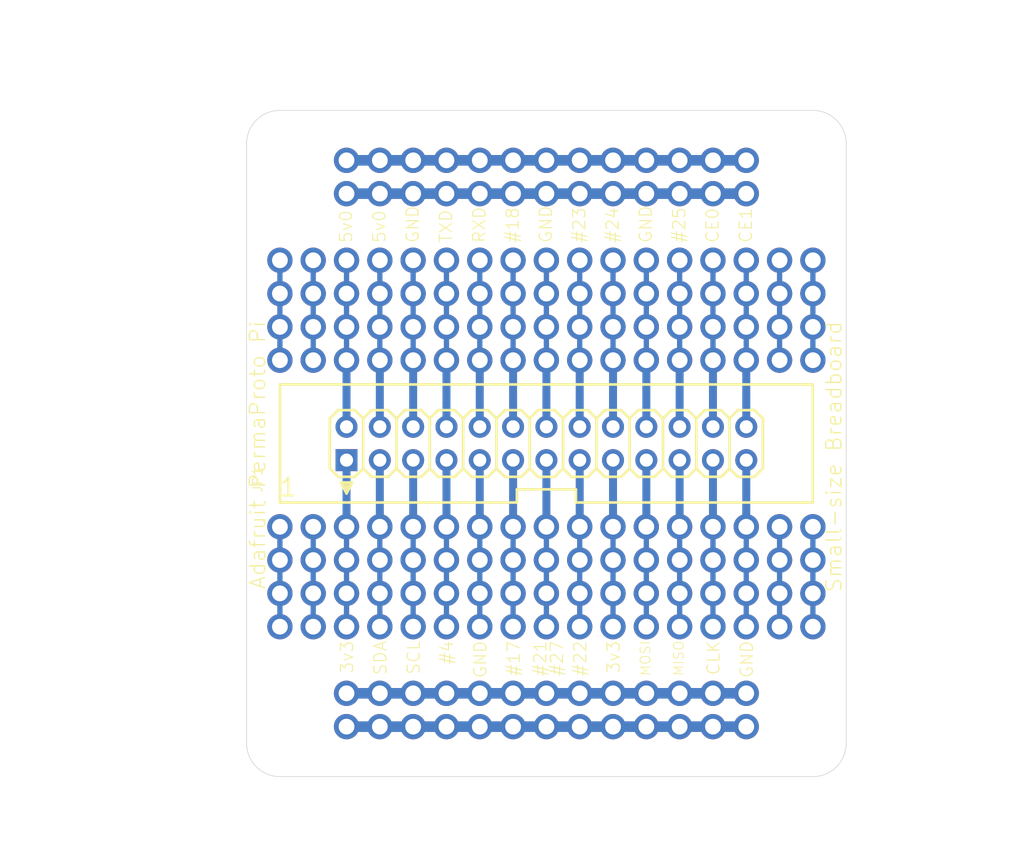
<source format=kicad_pcb>
(kicad_pcb (version 20211014) (generator pcbnew)
  (layers (0 "F.Cu" signal) (1 "In1.Cu" signal) (2 "In2.Cu" signal) (3 "In3.Cu" signal) (4 "In4.Cu" signal) (5 "In5.Cu" signal) (6 "In6.Cu" signal) (7 "In7.Cu" signal) (8 "In8.Cu" signal) (9 "In9.Cu" signal) (10 "In10.Cu" signal) (11 "In11.Cu" signal) (12 "In12.Cu" signal) (13 "In13.Cu" signal) (14 "In14.Cu" signal) (31 "B.Cu" signal) (34 "B.Paste" user) (35 "F.Paste" user) (36 "B.SilkS" user "B.Silkscreen") (37 "F.SilkS" user "F.Silkscreen") (38 "B.Mask" user) (39 "F.Mask" user) (44 "Edge.Cuts" user))
  (net 0 "")
  (net 1 "C1")
  (net 2 "D1")
  (net 3 "A1")
  (net 4 "B1")
  (net 5 "GNDSTRIP2")
  (net 6 "PWRSTRIP2")
  (net 7 "B2")
  (net 8 "A2")
  (net 9 "D2")
  (net 10 "C2")
  (net 11 "PWRSTRIP1")
  (net 12 "GNDSTRIP1")
  (net 13 "+5V")
  (net 14 "+5V_2")
  (net 15 "GND5")
  (net 16 "TXD")
  (net 17 "RXD")
  (net 18 "GPIO18")
  (net 19 "GND4")
  (net 20 "GPIO24")
  (net 21 "GPIO23")
  (net 22 "GND3")
  (net 23 "GPIO25")
  (net 24 "CE0")
  (net 25 "CE1")
  (net 26 "+3.3V")
  (net 27 "SDA")
  (net 28 "SCL")
  (net 29 "GPIO4")
  (net 30 "GND")
  (net 31 "GPIO17")
  (net 32 "GPIO27")
  (net 33 "GPIO22")
  (net 34 "+3.3V_2")
  (net 35 "MOSI")
  (net 36 "MISO")
  (net 37 "CLK")
  (net 38 "GND2")
  (footprint "" (layer "F.Cu") (at 129.4511 84.6836)
    (fp_text reference "@HOLE0" hide)
    (fp_text value "" (at 0 0) (layer "F.SilkS") (effects (font (size 1.27 1.27))))
    (pad "" np_thru_hole circle (at 0 0) (size 3.2 3.2) (drill 3.2) (layers *.Cu *.Mask))
  )
  (footprint "" (layer "F.Cu") (at 167.5511 125.3236)
    (fp_text reference "@HOLE3" hide)
    (fp_text value "" (at 0 0) (layer "F.SilkS") (effects (font (size 1.27 1.27))))
    (pad "" np_thru_hole circle (at 0 0) (size 3.2 3.2) (drill 3.2) (layers *.Cu *.Mask))
  )
  (footprint "" (layer "F.Cu") (at 167.5511 84.6836)
    (fp_text reference "@HOLE2" hide)
    (fp_text value "" (at 0 0) (layer "F.SilkS") (effects (font (size 1.27 1.27))))
    (pad "" np_thru_hole circle (at 0 0) (size 3.2 3.2) (drill 3.2) (layers *.Cu *.Mask))
  )
  (footprint "" (layer "F.Cu") (at 129.4511 125.3236)
    (fp_text reference "@HOLE1" hide)
    (fp_text value "" (at 0 0) (layer "F.SilkS") (effects (font (size 1.27 1.27))))
    (pad "" np_thru_hole circle (at 0 0) (size 3.2 3.2) (drill 3.2) (layers *.Cu *.Mask))
  )
  (footprint "boardEagle:RASBERRYPI_IDC" (layer "F.Cu") (at 148.5011 105.0036 90)
    (fp_text reference "JP1" (at -3.81 -21.59 90) (layer "F.SilkS") (effects (font (size 0.73152 0.73152) (thickness 0.08128)) (justify left bottom)))
    (fp_text value "")
    (fp_text user "1" (at -2.54 -18.923 180) (layer "F.SilkS") (effects (font (size 1.3716 1.3716) (thickness 0.1524)) (justify right top)))
    (fp_line (start -1.905 -6.35) (end -2.54 -5.715) (layer "F.SilkS") (width 0.2032))
    (fp_line (start -1.905 3.81) (end -2.54 3.175) (layer "F.SilkS") (width 0.2032))
    (fp_line (start 1.905 6.35) (end 2.54 6.985) (layer "F.SilkS") (width 0.2032))
    (fp_line (start -2.54 0.635) (end -2.54 -0.635) (layer "F.SilkS") (width 0.2032))
    (fp_line (start 2.54 -10.795) (end 2.54 -9.525) (layer "F.SilkS") (width 0.2032))
    (fp_line (start 1.905 16.51) (end -1.905 16.51) (layer "F.SilkS") (width 0.2032))
    (fp_line (start 2.54 -0.635) (end 2.54 0.635) (layer "F.SilkS") (width 0.2032))
    (fp_line (start 1.905 -6.35) (end 2.54 -5.715) (layer "F.SilkS") (width 0.2032))
    (fp_line (start -3.5 2.25) (end -4.5 2.25) (layer "F.SilkS") (width 0.2032))
    (fp_line (start 2.54 -5.715) (end 2.54 -4.445) (layer "F.SilkS") (width 0.2032))
    (fp_line (start -1.905 16.51) (end -2.54 15.875) (layer "F.SilkS") (width 0.2032))
    (fp_line (start 2.54 -1.905) (end 1.905 -1.27) (layer "F.SilkS") (width 0.2032))
    (fp_line (start -2.54 -1.905) (end -1.905 -1.27) (layer "F.SilkS") (width 0.2032))
    (fp_line (start -1.905 8.89) (end -2.54 8.255) (layer "F.SilkS") (width 0.2032))
    (fp_line (start -2.54 8.255) (end -2.54 6.985) (layer "F.SilkS") (width 0.2032))
    (fp_line (start 2.54 -9.525) (end 1.905 -8.89) (layer "F.SilkS") (width 0.2032))
    (fp_line (start 1.905 13.97) (end 2.54 14.605) (layer "F.SilkS") (width 0.2032))
    (fp_line (start -1.905 11.43) (end -2.54 12.065) (layer "F.SilkS") (width 0.2032))
    (fp_line (start -1.905 -16.51) (end 1.905 -16.51) (layer "F.SilkS") (width 0.2032))
    (fp_line (start -2.9718 -15.6718) (end -2.9718 -14.8082) (layer "F.SilkS") (width 0.2032))
    (fp_line (start 1.905 11.43) (end -1.905 11.43) (layer "F.SilkS") (width 0.2032))
    (fp_line (start 1.905 -11.43) (end -1.905 -11.43) (layer "F.SilkS") (width 0.2032))
    (fp_line (start -2.54 -14.605) (end -1.905 -13.97) (layer "F.SilkS") (width 0.2032))
    (fp_line (start -2.54 5.715) (end -2.54 4.445) (layer "F.SilkS") (width 0.2032))
    (fp_line (start -1.905 1.27) (end -2.54 0.635) (layer "F.SilkS") (width 0.2032))
    (fp_line (start -2.54 -15.875) (end -2.54 -14.605) (layer "F.SilkS") (width 0.2032))
    (fp_line (start -1.905 11.43) (end -2.54 10.795) (layer "F.SilkS") (width 0.2032))
    (fp_line (start 2.54 -15.875) (end 2.54 -14.605) (layer "F.SilkS") (width 0.2032))
    (fp_line (start 2.54 -6.985) (end 1.905 -6.35) (layer "F.SilkS") (width 0.2032))
    (fp_line (start -3.81 -15.24) (end -3.556 -15.24) (layer "F.SilkS") (width 0.2032))
    (fp_line (start -4.5 -20.31) (end -4.5 -2.25) (layer "F.SilkS") (width 0.2032))
    (fp_line (start -1.905 1.27) (end -2.54 1.905) (layer "F.SilkS") (width 0.2032))
    (fp_line (start 2.54 9.525) (end 2.54 10.795) (layer "F.SilkS") (width 0.2032))
    (fp_line (start -2.54 -6.985) (end -1.905 -6.35) (layer "F.SilkS") (width 0.2032))
    (fp_line (start 2.54 15.875) (end 1.905 16.51) (layer "F.SilkS") (width 0.2032))
    (fp_line (start -1.905 6.35) (end -2.54 6.985) (layer "F.SilkS") (width 0.2032))
    (fp_line (start 1.905 13.97) (end 2.54 13.335) (layer "F.SilkS") (width 0.2032))
    (fp_line (start -2.54 -4.445) (end -1.905 -3.81) (layer "F.SilkS") (width 0.2032))
    (fp_line (start -2.54 -3.175) (end -2.54 -1.905) (layer "F.SilkS") (width 0.2032))
    (fp_line (start -1.905 13.97) (end -2.54 14.605) (layer "F.SilkS") (width 0.2032))
    (fp_line (start 2.54 -3.175) (end 2.54 -1.905) (layer "F.SilkS") (width 0.2032))
    (fp_line (start 1.905 -3.81) (end -1.905 -3.81) (layer "F.SilkS") (width 0.2032))
    (fp_line (start 1.905 8.89) (end -1.905 8.89) (layer "F.SilkS") (width 0.2032))
    (fp_line (start 1.905 -8.89) (end -1.905 -8.89) (layer "F.SilkS") (width 0.2032))
    (fp_line (start -2.54 -5.715) (end -2.54 -4.445) (layer "F.SilkS") (width 0.2032))
    (fp_line (start -1.905 -16.51) (end -2.54 -15.875) (layer "F.SilkS") (width 0.2032))
    (fp_line (start -1.905 6.35) (end -2.54 5.715) (layer "F.SilkS") (width 0.2032))
    (fp_line (start 1.905 1.27) (end 2.54 1.905) (layer "F.SilkS") (width 0.2032))
    (fp_line (start 2.54 15.875) (end 2.54 14.605) (layer "F.SilkS") (width 0.2032))
    (fp_line (start 1.905 -11.43) (end 2.54 -10.795) (layer "F.SilkS") (width 0.2032))
    (fp_line (start -2.54 -12.065) (end -1.905 -11.43) (layer "F.SilkS") (width 0.2032))
    (fp_line (start -1.905 3.81) (end -2.54 4.445) (layer "F.SilkS") (width 0.2032))
    (fp_line (start 2.54 8.255) (end 1.905 8.89) (layer "F.SilkS") (width 0.2032))
    (fp_line (start 1.905 13.97) (end -1.905 13.97) (layer "F.SilkS") (width 0.2032))
    (fp_line (start -2.54 -10.795) (end -2.54 -9.525) (layer "F.SilkS") (width 0.2032))
    (fp_line (start 2.54 -8.255) (end 2.54 -6.985) (layer "F.SilkS") (width 0.2032))
    (fp_line (start 1.905 11.43) (end 2.54 12.065) (layer "F.SilkS") (width 0.2032))
    (fp_line (start 2.54 -13.335) (end 2.54 -12.065) (layer "F.SilkS") (width 0.2032))
    (fp_line (start 1.905 6.35) (end -1.905 6.35) (layer "F.SilkS") (width 0.2032))
    (fp_line (start 2.54 6.985) (end 2.54 8.255) (layer "F.SilkS") (width 0.2032))
    (fp_line (start 2.54 1.905) (end 2.54 3.175) (layer "F.SilkS") (width 0.2032))
    (fp_line (start 1.905 3.81) (end 2.54 4.445) (layer "F.SilkS") (width 0.2032))
    (fp_line (start -3.81 -15.24) (end -2.9718 -15.6718) (layer "F.SilkS") (width 0.2032))
    (fp_line (start -4.5 2.25) (end -4.5 20.31) (layer "F.SilkS") (width 0.2032))
    (fp_line (start -2.54 -9.525) (end -1.905 -8.89) (layer "F.SilkS") (width 0.2032))
    (fp_line (start 1.905 -16.51) (end 2.54 -15.875) (layer "F.SilkS") (width 0.2032))
    (fp_line (start 2.54 -4.445) (end 1.905 -3.81) (layer "F.SilkS") (width 0.2032))
    (fp_line (start -1.905 -11.43) (end -2.54 -10.795) (layer "F.SilkS") (width 0.2032))
    (fp_line (start -1.905 13.97) (end -2.54 13.335) (layer "F.SilkS") (width 0.2032))
    (fp_line (start -2.54 15.875) (end -2.54 14.605) (layer "F.SilkS") (width 0.2032))
    (fp_line (start 1.905 -13.97) (end -1.905 -13.97) (layer "F.SilkS") (width 0.2032))
    (fp_line (start 2.54 0.635) (end 1.905 1.27) (layer "F.SilkS") (width 0.2032))
    (fp_line (start 2.54 -12.065) (end 1.905 -11.43) (layer "F.SilkS") (width 0.2032))
    (fp_line (start 2.54 3.175) (end 1.905 3.81) (layer "F.SilkS") (width 0.2032))
    (fp_line (start -4.5 -2.25) (end -3.5 -2.25) (layer "F.SilkS") (width 0.2032))
    (fp_line (start -2.54 3.175) (end -2.54 1.905) (layer "F.SilkS") (width 0.2032))
    (fp_line (start -1.905 -3.81) (end -2.54 -3.175) (layer "F.SilkS") (width 0.2032))
    (fp_line (start 1.905 -1.27) (end 2.54 -0.635) (layer "F.SilkS") (width 0.2032))
    (fp_line (start 2.54 5.715) (end 1.905 6.35) (layer "F.SilkS") (width 0.2032))
    (fp_line (start 1.905 -8.89) (end 2.54 -8.255) (layer "F.SilkS") (width 0.2032))
    (fp_line (start 1.905 1.27) (end -1.905 1.27) (layer "F.SilkS") (width 0.2032))
    (fp_line (start 1.905 8.89) (end 2.54 9.525) (layer "F.SilkS") (width 0.2032))
    (fp_line (start -1.905 8.89) (end -2.54 9.525) (layer "F.SilkS") (width 0.2032))
    (fp_line (start 2.54 10.795) (end 1.905 11.43) (layer "F.SilkS") (width 0.2032))
    (fp_line (start -1.905 -13.97) (end -2.54 -13.335) (layer "F.SilkS") (width 0.2032))
    (fp_line (start -2.54 13.335) (end -2.54 12.065) (layer "F.SilkS") (width 0.2032))
    (fp_line (start 4.5 20.31) (end 4.5 -20.31) (layer "F.SilkS") (width 0.2032))
    (fp_line (start -1.905 -1.27) (end -2.54 -0.635) (layer "F.SilkS") (width 0.2032))
    (fp_line (start 1.905 -3.81) (end 2.54 -3.175) (layer "F.SilkS") (width 0.2032))
    (fp_line (start 2.54 -14.605) (end 1.905 -13.97) (layer "F.SilkS") (width 0.2032))
    (fp_line (start -2.9718 -14.8082) (end -3.81 -15.24) (layer "F.SilkS") (width 0.2032))
    (fp_line (start 1.905 -13.97) (end 2.54 -13.335) (layer "F.SilkS") (width 0.2032))
    (fp_line (start 1.905 -1.27) (end -1.905 -1.27) (layer "F.SilkS") (width 0.2032))
    (fp_line (start -2.54 -13.335) (end -2.54 -12.065) (layer "F.SilkS") (width 0.2032))
    (fp_line (start 1.905 -6.35) (end -1.905 -6.35) (layer "F.SilkS") (width 0.2032))
    (fp_line (start 4.5 20.31) (end -4.5 20.31) (layer "F.SilkS") (width 0.2032))
    (fp_line (start -1.905 -8.89) (end -2.54 -8.255) (layer "F.SilkS") (width 0.2032))
    (fp_line (start 1.905 3.81) (end -1.905 3.81) (layer "F.SilkS") (width 0.2032))
    (fp_line (start 4.5 -20.31) (end -4.5 -20.31) (layer "F.SilkS") (width 0.2032))
    (fp_line (start -3.5 -2.25) (end -3.5 2.25) (layer "F.SilkS") (width 0.2032))
    (fp_line (start -2.54 10.795) (end -2.54 9.525) (layer "F.SilkS") (width 0.2032))
    (fp_line (start -2.54 -8.255) (end -2.54 -6.985) (layer "F.SilkS") (width 0.2032))
    (fp_line (start 2.54 4.445) (end 2.54 5.715) (layer "F.SilkS") (width 0.2032))
    (fp_line (start 2.54 12.065) (end 2.54 13.335) (layer "F.SilkS") (width 0.2032))
    (fp_poly (pts (xy -3.6068 -15.367) (xy -3.6068 -15.113) (xy -3.3528 -15.113) (xy -3.3528 -15.367)) (layer "F.SilkS") (width 0) (fill solid))
    (fp_poly (pts (xy -3.1496 -15.621) (xy -3.1496 -15.24) (xy -3.0226 -15.24) (xy -3.0226 -15.621)) (layer "F.SilkS") (width 0) (fill solid))
    (fp_poly (pts (xy -3.4036 -15.494) (xy -3.4036 -14.986) (xy -3.1496 -14.986) (xy -3.1496 -15.494)) (layer "F.SilkS") (width 0) (fill solid))
    (fp_poly (pts (xy -3.1496 -15.24) (xy -3.1496 -14.859) (xy -3.0226 -14.859) (xy -3.0226 -15.24)) (layer "F.SilkS") (width 0) (fill solid))
    (pad "1" thru_hole rect (at -1.27 -15.24) (size 1.6764 1.6764) (drill 1) (layers *.Cu *.Mask) (net 26 "+3.3V"))
    (pad "2" thru_hole circle (at 1.27 -15.24) (size 1.6764 1.6764) (drill 1) (layers *.Cu *.Mask) (net 13 "+5V"))
    (pad "3" thru_hole circle (at -1.27 -12.7) (size 1.6764 1.6764) (drill 1) (layers *.Cu *.Mask) (net 27 "SDA"))
    (pad "4" thru_hole circle (at 1.27 -12.7) (size 1.6764 1.6764) (drill 1) (layers *.Cu *.Mask) (net 14 "+5V_2"))
    (pad "5" thru_hole circle (at -1.27 -10.16) (size 1.6764 1.6764) (drill 1) (layers *.Cu *.Mask) (net 28 "SCL"))
    (pad "6" thru_hole circle (at 1.27 -10.16) (size 1.6764 1.6764) (drill 1) (layers *.Cu *.Mask) (net 15 "GND5"))
    (pad "7" thru_hole circle (at -1.27 -7.62) (size 1.6764 1.6764) (drill 1) (layers *.Cu *.Mask) (net 29 "GPIO4"))
    (pad "8" thru_hole circle (at 1.27 -7.62) (size 1.6764 1.6764) (drill 1) (layers *.Cu *.Mask) (net 16 "TXD"))
    (pad "9" thru_hole circle (at -1.27 -5.08) (size 1.6764 1.6764) (drill 1) (layers *.Cu *.Mask) (net 30 "GND"))
    (pad "10" thru_hole circle (at 1.27 -5.08) (size 1.6764 1.6764) (drill 1) (layers *.Cu *.Mask) (net 17 "RXD"))
    (pad "11" thru_hole circle (at -1.27 -2.54) (size 1.6764 1.6764) (drill 1) (layers *.Cu *.Mask) (net 31 "GPIO17"))
    (pad "12" thru_hole circle (at 1.27 -2.54) (size 1.6764 1.6764) (drill 1) (layers *.Cu *.Mask) (net 18 "GPIO18"))
    (pad "13" thru_hole circle (at -1.27 0) (size 1.6764 1.6764) (drill 1) (layers *.Cu *.Mask) (net 32 "GPIO27"))
    (pad "14" thru_hole circle (at 1.27 0) (size 1.6764 1.6764) (drill 1) (layers *.Cu *.Mask) (net 19 "GND4"))
    (pad "15" thru_hole circle (at -1.27 2.54) (size 1.6764 1.6764) (drill 1) (layers *.Cu *.Mask) (net 33 "GPIO22"))
    (pad "16" thru_hole circle (at 1.27 2.54) (size 1.6764 1.6764) (drill 1) (layers *.Cu *.Mask) (net 21 "GPIO23"))
    (pad "17" thru_hole circle (at -1.27 5.08) (size 1.6764 1.6764) (drill 1) (layers *.Cu *.Mask) (net 34 "+3.3V_2"))
    (pad "18" thru_hole circle (at 1.27 5.08) (size 1.6764 1.6764) (drill 1) (layers *.Cu *.Mask) (net 20 "GPIO24"))
    (pad "19" thru_hole circle (at -1.27 7.62) (size 1.6764 1.6764) (drill 1) (layers *.Cu *.Mask) (net 35 "MOSI"))
    (pad "20" thru_hole circle (at 1.27 7.62) (size 1.6764 1.6764) (drill 1) (layers *.Cu *.Mask) (net 22 "GND3"))
    (pad "21" thru_hole circle (at -1.27 10.16) (size 1.6764 1.6764) (drill 1) (layers *.Cu *.Mask) (net 36 "MISO"))
    (pad "22" thru_hole circle (at 1.27 10.16) (size 1.6764 1.6764) (drill 1) (layers *.Cu *.Mask) (net 23 "GPIO25"))
    (pad "23" thru_hole circle (at -1.27 12.7) (size 1.6764 1.6764) (drill 1) (layers *.Cu *.Mask) (net 37 "CLK"))
    (pad "24" thru_hole circle (at 1.27 12.7) (size 1.6764 1.6764) (drill 1) (layers *.Cu *.Mask) (net 24 "CE0"))
    (pad "25" thru_hole circle (at -1.27 15.24) (size 1.6764 1.6764) (drill 1) (layers *.Cu *.Mask) (net 38 "GND2"))
    (pad "26" thru_hole circle (at 1.27 15.24) (size 1.6764 1.6764) (drill 1) (layers *.Cu *.Mask) (net 25 "CE1"))
  )
  (gr_line (start 125.6411 82.1436) (end 125.6411 127.8636) (layer "Edge.Cuts") (width 0.05))
  (gr_line (start 168.8211 79.6036) (end 128.1811 79.6036) (layer "Edge.Cuts") (width 0.05))
  (gr_arc (start 171.3611 127.8636) (mid 170.617151 129.659651) (end 168.8211 130.4036) (layer "Edge.Cuts") (width 0.05))
  (gr_arc (start 128.1811 130.4036) (mid 126.385049 129.659651) (end 125.6411 127.8636) (layer "Edge.Cuts") (width 0.05))
  (gr_arc (start 168.8211 79.6036) (mid 170.617151 80.347549) (end 171.3611 82.1436) (layer "Edge.Cuts") (width 0.05))
  (gr_line (start 171.3611 127.8636) (end 171.3611 82.1436) (layer "Edge.Cuts") (width 0.05))
  (gr_line (start 128.1811 130.4036) (end 168.8211 130.4036) (layer "Edge.Cuts") (width 0.05))
  (gr_arc (start 125.6411 82.1436) (mid 126.385049 80.347549) (end 128.1811 79.6036) (layer "Edge.Cuts") (width 0.05))
  (gr_text "Small-size Breadboard" (at 171.1071 116.4336 90) (layer "F.SilkS") (effects (font (size 1.1684 1.1684) (thickness 0.1016)) (justify left bottom)))
  (gr_text "#23" (at 151.5491 89.7636 90) (layer "F.SilkS") (effects (font (size 0.93472 0.93472) (thickness 0.08128)) (justify left bottom)))
  (gr_text "#17" (at 145.4531 119.9896 90) (layer "F.SilkS") (effects (font (size 0.93472 0.93472) (thickness 0.08128)) (justify right top)))
  (gr_text "#4" (at 140.3731 119.9896 90) (layer "F.SilkS") (effects (font (size 0.93472 0.93472) (thickness 0.08128)) (justify right top)))
  (gr_text "GND" (at 149.0091 89.7636 90) (layer "F.SilkS") (effects (font (size 0.93472 0.93472) (thickness 0.08128)) (justify left bottom)))
  (gr_text "#25" (at 159.1691 89.7636 90) (layer "F.SilkS") (effects (font (size 0.93472 0.93472) (thickness 0.08128)) (justify left bottom)))
  (gr_text "MISO" (at 158.1531 119.9896 90) (layer "F.SilkS") (effects (font (size 0.747776 0.747776) (thickness 0.065024)) (justify right top)))
  (gr_text "5v0" (at 133.7691 89.7636 90) (layer "F.SilkS") (effects (font (size 0.93472 0.93472) (thickness 0.08128)) (justify left bottom)))
  (gr_text "GND" (at 163.2331 119.9896 90) (layer "F.SilkS") (effects (font (size 0.93472 0.93472) (thickness 0.08128)) (justify right top)))
  (gr_text "MOSI" (at 155.6131 119.9896 90) (layer "F.SilkS") (effects (font (size 0.747776 0.747776) (thickness 0.065024)) (justify right top)))
  (gr_text "CE1" (at 164.2491 89.7636 90) (layer "F.SilkS") (effects (font (size 0.93472 0.93472) (thickness 0.08128)) (justify left bottom)))
  (gr_text "Adafruit PermaProto Pi" (at 127.1651 116.1796 90) (layer "F.SilkS") (effects (font (size 1.1684 1.1684) (thickness 0.1016)) (justify left bottom)))
  (gr_text "CLK" (at 160.6931 119.9896 90) (layer "F.SilkS") (effects (font (size 0.93472 0.93472) (thickness 0.08128)) (justify right top)))
  (gr_text "3v3" (at 132.7531 119.9896 90) (layer "F.SilkS") (effects (font (size 0.93472 0.93472) (thickness 0.08128)) (justify right top)))
  (gr_text "GND" (at 156.6291 89.7636 90) (layer "F.SilkS") (effects (font (size 0.93472 0.93472) (thickness 0.08128)) (justify left bottom)))
  (gr_text "3v3" (at 153.0731 119.9896 90) (layer "F.SilkS") (effects (font (size 0.93472 0.93472) (thickness 0.08128)) (justify right top)))
  (gr_text "TXD" (at 141.3891 89.7636 90) (layer "F.SilkS") (effects (font (size 0.93472 0.93472) (thickness 0.08128)) (justify left bottom)))
  (gr_text "#27" (at 148.7551 119.9896 90) (layer "F.SilkS") (effects (font (size 0.93472 0.93472) (thickness 0.08128)) (justify right top)))
  (gr_text "#22" (at 150.5331 119.9896 90) (layer "F.SilkS") (effects (font (size 0.93472 0.93472) (thickness 0.08128)) (justify right top)))
  (gr_text "#24" (at 154.0891 89.7636 90) (layer "F.SilkS") (effects (font (size 0.93472 0.93472) (thickness 0.08128)) (justify left bottom)))
  (gr_text "SCL" (at 137.8331 119.9896 90) (layer "F.SilkS") (effects (font (size 0.93472 0.93472) (thickness 0.08128)) (justify right top)))
  (gr_text "#21" (at 147.4851 119.9896 90) (layer "F.SilkS") (effects (font (size 0.93472 0.93472) (thickness 0.08128)) (justify right top)))
  (gr_text "CE0" (at 161.7091 89.7636 90) (layer "F.SilkS") (effects (font (size 0.93472 0.93472) (thickness 0.08128)) (justify left bottom)))
  (gr_text "RXD" (at 143.9291 89.7636 90) (layer "F.SilkS") (effects (font (size 0.93472 0.93472) (thickness 0.08128)) (justify left bottom)))
  (gr_text "GND" (at 142.9131 119.9896 90) (layer "F.SilkS") (effects (font (size 0.93472 0.93472) (thickness 0.08128)) (justify right top)))
  (gr_text "GND" (at 138.8491 89.7636 90) (layer "F.SilkS") (effects (font (size 0.93472 0.93472) (thickness 0.08128)) (justify left bottom)))
  (gr_text "SDA" (at 135.2931 119.9896 90) (layer "F.SilkS") (effects (font (size 0.93472 0.93472) (thickness 0.08128)) (justify right top)))
  (gr_text "5v0" (at 136.3091 89.7636 90) (layer "F.SilkS") (effects (font (size 0.93472 0.93472) (thickness 0.08128)) (justify left bottom)))
  (gr_text "#18" (at 146.4691 89.7636 90) (layer "F.SilkS") (effects (font (size 0.93472 0.93472) (thickness 0.08128)) (justify left bottom)))
  (via (at 166.2811 116.4336) (size 1.9304) (drill 1.2) (layers "F.Cu" "B.Cu") (net 1))
  (via (at 166.2811 118.9736) (size 1.9304) (drill 1.2) (layers "F.Cu" "B.Cu") (net 1))
  (via (at 166.2811 113.8936) (size 1.9304) (drill 1.2) (layers "F.Cu" "B.Cu") (net 1))
  (via (at 166.2811 111.3536) (size 1.9304) (drill 1.2) (layers "F.Cu" "B.Cu") (net 1))
  (segment (start 166.2811 116.4336) (end 166.2811 113.8936) (width 0.4064) (layer "B.Cu") (net 1))
  (segment (start 166.2811 113.8936) (end 166.2811 111.3536) (width 0.4064) (layer "B.Cu") (net 1))
  (segment (start 166.2811 118.9736) (end 166.2811 116.4336) (width 0.4064) (layer "B.Cu") (net 1))
  (via (at 168.8211 111.3536) (size 1.9304) (drill 1.2) (layers "F.Cu" "B.Cu") (net 2))
  (via (at 168.8211 118.9736) (size 1.9304) (drill 1.2) (layers "F.Cu" "B.Cu") (net 2))
  (via (at 168.8211 113.8936) (size 1.9304) (drill 1.2) (layers "F.Cu" "B.Cu") (net 2))
  (via (at 168.8211 116.4336) (size 1.9304) (drill 1.2) (layers "F.Cu" "B.Cu") (net 2))
  (segment (start 168.8211 113.8936) (end 168.8211 111.3536) (width 0.4064) (layer "B.Cu") (net 2))
  (segment (start 168.8211 118.9736) (end 168.8211 116.4336) (width 0.4064) (layer "B.Cu") (net 2))
  (segment (start 168.8211 116.4336) (end 168.8211 113.8936) (width 0.4064) (layer "B.Cu") (net 2))
  (via (at 128.1811 118.9736) (size 1.9304) (drill 1.2) (layers "F.Cu" "B.Cu") (net 3))
  (via (at 128.1811 116.4336) (size 1.9304) (drill 1.2) (layers "F.Cu" "B.Cu") (net 3))
  (via (at 128.1811 111.3536) (size 1.9304) (drill 1.2) (layers "F.Cu" "B.Cu") (net 3))
  (via (at 128.1811 113.8936) (size 1.9304) (drill 1.2) (layers "F.Cu" "B.Cu") (net 3))
  (segment (start 128.1811 113.8936) (end 128.1811 111.3536) (width 0.4064) (layer "B.Cu") (net 3))
  (segment (start 128.1811 116.4336) (end 128.1811 113.8936) (width 0.4064) (layer "B.Cu") (net 3))
  (segment (start 128.1811 118.9736) (end 128.1811 116.4336) (width 0.4064) (layer "B.Cu") (net 3))
  (via (at 130.7211 118.9736) (size 1.9304) (drill 1.2) (layers "F.Cu" "B.Cu") (net 4))
  (via (at 130.7211 111.3536) (size 1.9304) (drill 1.2) (layers "F.Cu" "B.Cu") (net 4))
  (via (at 130.7211 116.4336) (size 1.9304) (drill 1.2) (layers "F.Cu" "B.Cu") (net 4))
  (via (at 130.7211 113.8936) (size 1.9304) (drill 1.2) (layers "F.Cu" "B.Cu") (net 4))
  (segment (start 130.7211 113.8936) (end 130.7211 111.3536) (width 0.4064) (layer "B.Cu") (net 4))
  (segment (start 130.7211 118.9736) (end 130.7211 116.4336) (width 0.4064) (layer "B.Cu") (net 4))
  (segment (start 130.7211 116.4336) (end 130.7211 113.8936) (width 0.4064) (layer "B.Cu") (net 4))
  (via (at 158.6611 124.0536) (size 1.9304) (drill 1.2) (layers "F.Cu" "B.Cu") (net 5))
  (via (at 145.9611 124.0536) (size 1.9304) (drill 1.2) (layers "F.Cu" "B.Cu") (net 5))
  (via (at 163.7411 124.0536) (size 1.9304) (drill 1.2) (layers "F.Cu" "B.Cu") (net 5))
  (via (at 153.5811 124.0536) (size 1.9304) (drill 1.2) (layers "F.Cu" "B.Cu") (net 5))
  (via (at 135.8011 124.0536) (size 1.9304) (drill 1.2) (layers "F.Cu" "B.Cu") (net 5))
  (via (at 133.2611 124.0536) (size 1.9304) (drill 1.2) (layers "F.Cu" "B.Cu") (net 5))
  (via (at 148.5011 124.0536) (size 1.9304) (drill 1.2) (layers "F.Cu" "B.Cu") (net 5))
  (via (at 138.3411 124.0536) (size 1.9304) (drill 1.2) (layers "F.Cu" "B.Cu") (net 5))
  (via (at 140.8811 124.0536) (size 1.9304) (drill 1.2) (layers "F.Cu" "B.Cu") (net 5))
  (via (at 151.0411 124.0536) (size 1.9304) (drill 1.2) (layers "F.Cu" "B.Cu") (net 5))
  (via (at 161.2011 124.0536) (size 1.9304) (drill 1.2) (layers "F.Cu" "B.Cu") (net 5))
  (via (at 143.4211 124.0536) (size 1.9304) (drill 1.2) (layers "F.Cu" "B.Cu") (net 5))
  (via (at 156.1211 124.0536) (size 1.9304) (drill 1.2) (layers "F.Cu" "B.Cu") (net 5))
  (segment (start 161.2011 124.0536) (end 163.7411 124.0536) (width 0.8128) (layer "B.Cu") (net 5))
  (segment (start 156.1211 124.0536) (end 158.6611 124.0536) (width 0.8128) (layer "B.Cu") (net 5))
  (segment (start 133.2611 124.0536) (end 135.8011 124.0536) (width 0.8128) (layer "B.Cu") (net 5))
  (segment (start 158.6611 124.0536) (end 161.2011 124.0536) (width 0.8128) (layer "B.Cu") (net 5))
  (segment (start 140.8811 124.0536) (end 143.4211 124.0536) (width 0.8128) (layer "B.Cu") (net 5))
  (segment (start 135.8011 124.0536) (end 138.3411 124.0536) (width 0.8128) (layer "B.Cu") (net 5))
  (segment (start 143.4211 124.0536) (end 145.9611 124.0536) (width 0.8128) (layer "B.Cu") (net 5))
  (segment (start 145.9611 124.0536) (end 148.5011 124.0536) (width 0.8128) (layer "B.Cu") (net 5))
  (segment (start 148.5011 124.0536) (end 151.0411 124.0536) (width 0.8128) (layer "B.Cu") (net 5))
  (segment (start 151.0411 124.0536) (end 153.5811 124.0536) (width 0.8128) (layer "B.Cu") (net 5))
  (segment (start 138.3411 124.0536) (end 140.8811 124.0536) (width 0.8128) (layer "B.Cu") (net 5))
  (segment (start 153.5811 124.0536) (end 156.1211 124.0536) (width 0.8128) (layer "B.Cu") (net 5))
  (via (at 163.7411 126.5936) (size 1.9304) (drill 1.2) (layers "F.Cu" "B.Cu") (net 6))
  (via (at 135.8011 126.5936) (size 1.9304) (drill 1.2) (layers "F.Cu" "B.Cu") (net 6))
  (via (at 161.2011 126.5936) (size 1.9304) (drill 1.2) (layers "F.Cu" "B.Cu") (net 6))
  (via (at 138.3411 126.5936) (size 1.9304) (drill 1.2) (layers "F.Cu" "B.Cu") (net 6))
  (via (at 133.2611 126.5936) (size 1.9304) (drill 1.2) (layers "F.Cu" "B.Cu") (net 6))
  (via (at 148.5011 126.5936) (size 1.9304) (drill 1.2) (layers "F.Cu" "B.Cu") (net 6))
  (via (at 140.8811 126.5936) (size 1.9304) (drill 1.2) (layers "F.Cu" "B.Cu") (net 6))
  (via (at 158.6611 126.5936) (size 1.9304) (drill 1.2) (layers "F.Cu" "B.Cu") (net 6))
  (via (at 143.4211 126.5936) (size 1.9304) (drill 1.2) (layers "F.Cu" "B.Cu") (net 6))
  (via (at 153.5811 126.5936) (size 1.9304) (drill 1.2) (layers "F.Cu" "B.Cu") (net 6))
  (via (at 145.9611 126.5936) (size 1.9304) (drill 1.2) (layers "F.Cu" "B.Cu") (net 6))
  (via (at 151.0411 126.5936) (size 1.9304) (drill 1.2) (layers "F.Cu" "B.Cu") (net 6))
  (via (at 156.1211 126.5936) (size 1.9304) (drill 1.2) (layers "F.Cu" "B.Cu") (net 6))
  (segment (start 145.9611 126.5936) (end 148.5011 126.5936) (width 0.8128) (layer "B.Cu") (net 6))
  (segment (start 148.5011 126.5936) (end 151.0411 126.5936) (width 0.8128) (layer "B.Cu") (net 6))
  (segment (start 140.8811 126.5936) (end 143.4211 126.5936) (width 0.8128) (layer "B.Cu") (net 6))
  (segment (start 135.8011 126.5936) (end 138.3411 126.5936) (width 0.8128) (layer "B.Cu") (net 6))
  (segment (start 156.1211 126.5936) (end 158.6611 126.5936) (width 0.8128) (layer "B.Cu") (net 6))
  (segment (start 161.2011 126.5936) (end 163.7411 126.5936) (width 0.8128) (layer "B.Cu") (net 6))
  (segment (start 143.4211 126.5936) (end 145.9611 126.5936) (width 0.8128) (layer "B.Cu") (net 6))
  (segment (start 138.3411 126.5936) (end 140.8811 126.5936) (width 0.8128) (layer "B.Cu") (net 6))
  (segment (start 133.2611 126.5936) (end 135.8011 126.5936) (width 0.8128) (layer "B.Cu") (net 6))
  (segment (start 153.5811 126.5936) (end 156.1211 126.5936) (width 0.8128) (layer "B.Cu") (net 6))
  (segment (start 158.6611 126.5936) (end 161.2011 126.5936) (width 0.8128) (layer "B.Cu") (net 6))
  (segment (start 151.0411 126.5936) (end 153.5811 126.5936) (width 0.8128) (layer "B.Cu") (net 6))
  (via (at 130.7211 91.0336) (size 1.9304) (drill 1.2) (layers "F.Cu" "B.Cu") (net 7))
  (via (at 130.7211 98.6536) (size 1.9304) (drill 1.2) (layers "F.Cu" "B.Cu") (net 7))
  (via (at 130.7211 93.5736) (size 1.9304) (drill 1.2) (layers "F.Cu" "B.Cu") (net 7))
  (via (at 130.7211 96.1136) (size 1.9304) (drill 1.2) (layers "F.Cu" "B.Cu") (net 7))
  (segment (start 130.7211 96.1136) (end 130.7211 98.6536) (width 0.4064) (layer "B.Cu") (net 7))
  (segment (start 130.7211 93.5736) (end 130.7211 96.1136) (width 0.4064) (layer "B.Cu") (net 7))
  (segment (start 130.7211 91.0336) (end 130.7211 93.5736) (width 0.4064) (layer "B.Cu") (net 7))
  (via (at 128.1811 93.5736) (size 1.9304) (drill 1.2) (layers "F.Cu" "B.Cu") (net 8))
  (via (at 128.1811 91.0336) (size 1.9304) (drill 1.2) (layers "F.Cu" "B.Cu") (net 8))
  (via (at 128.1811 98.6536) (size 1.9304) (drill 1.2) (layers "F.Cu" "B.Cu") (net 8))
  (via (at 128.1811 96.1136) (size 1.9304) (drill 1.2) (layers "F.Cu" "B.Cu") (net 8))
  (segment (start 128.1811 93.5736) (end 128.1811 96.1136) (width 0.4064) (layer "B.Cu") (net 8))
  (segment (start 128.1811 96.1136) (end 128.1811 98.6536) (width 0.4064) (layer "B.Cu") (net 8))
  (segment (start 128.1811 91.0336) (end 128.1811 93.5736) (width 0.4064) (layer "B.Cu") (net 8))
  (via (at 168.8211 96.1136) (size 1.9304) (drill 1.2) (layers "F.Cu" "B.Cu") (net 9))
  (via (at 168.8211 91.0336) (size 1.9304) (drill 1.2) (layers "F.Cu" "B.Cu") (net 9))
  (via (at 168.8211 93.5736) (size 1.9304) (drill 1.2) (layers "F.Cu" "B.Cu") (net 9))
  (via (at 168.8211 98.6536) (size 1.9304) (drill 1.2) (layers "F.Cu" "B.Cu") (net 9))
  (segment (start 168.8211 91.0336) (end 168.8211 93.5736) (width 0.4064) (layer "B.Cu") (net 9))
  (segment (start 168.8211 93.5736) (end 168.8211 96.1136) (width 0.4064) (layer "B.Cu") (net 9))
  (segment (start 168.8211 96.1136) (end 168.8211 98.6536) (width 0.4064) (layer "B.Cu") (net 9))
  (via (at 166.2811 91.0336) (size 1.9304) (drill 1.2) (layers "F.Cu" "B.Cu") (net 10))
  (via (at 166.2811 93.5736) (size 1.9304) (drill 1.2) (layers "F.Cu" "B.Cu") (net 10))
  (via (at 166.2811 98.6536) (size 1.9304) (drill 1.2) (layers "F.Cu" "B.Cu") (net 10))
  (via (at 166.2811 96.1136) (size 1.9304) (drill 1.2) (layers "F.Cu" "B.Cu") (net 10))
  (segment (start 166.2811 93.5736) (end 166.2811 96.1136) (width 0.4064) (layer "B.Cu") (net 10))
  (segment (start 166.2811 91.0336) (end 166.2811 93.5736) (width 0.4064) (layer "B.Cu") (net 10))
  (segment (start 166.2811 96.1136) (end 166.2811 98.6536) (width 0.4064) (layer "B.Cu") (net 10))
  (via (at 163.7411 85.9536) (size 1.9304) (drill 1.2) (layers "F.Cu" "B.Cu") (net 11))
  (via (at 161.2011 85.9536) (size 1.9304) (drill 1.2) (layers "F.Cu" "B.Cu") (net 11))
  (via (at 151.0411 85.9536) (size 1.9304) (drill 1.2) (layers "F.Cu" "B.Cu") (net 11))
  (via (at 140.8811 85.9536) (size 1.9304) (drill 1.2) (layers "F.Cu" "B.Cu") (net 11))
  (via (at 148.5011 85.9536) (size 1.9304) (drill 1.2) (layers "F.Cu" "B.Cu") (net 11))
  (via (at 156.1211 85.9536) (size 1.9304) (drill 1.2) (layers "F.Cu" "B.Cu") (net 11))
  (via (at 143.4211 85.9536) (size 1.9304) (drill 1.2) (layers "F.Cu" "B.Cu") (net 11))
  (via (at 145.9611 85.9536) (size 1.9304) (drill 1.2) (layers "F.Cu" "B.Cu") (net 11))
  (via (at 135.8011 85.9536) (size 1.9304) (drill 1.2) (layers "F.Cu" "B.Cu") (net 11))
  (via (at 158.6611 85.9536) (size 1.9304) (drill 1.2) (layers "F.Cu" "B.Cu") (net 11))
  (via (at 138.3411 85.9536) (size 1.9304) (drill 1.2) (layers "F.Cu" "B.Cu") (net 11))
  (via (at 153.5811 85.9536) (size 1.9304) (drill 1.2) (layers "F.Cu" "B.Cu") (net 11))
  (via (at 133.2611 85.9536) (size 1.9304) (drill 1.2) (layers "F.Cu" "B.Cu") (net 11))
  (segment (start 143.4211 85.9536) (end 140.8811 85.9536) (width 0.8128) (layer "B.Cu") (net 11))
  (segment (start 140.8811 85.9536) (end 138.3411 85.9536) (width 0.8128) (layer "B.Cu") (net 11))
  (segment (start 138.3411 85.9536) (end 135.8011 85.9536) (width 0.8128) (layer "B.Cu") (net 11))
  (segment (start 156.1211 85.9536) (end 153.5811 85.9536) (width 0.8128) (layer "B.Cu") (net 11))
  (segment (start 135.8011 85.9536) (end 133.2611 85.9536) (width 0.8128) (layer "B.Cu") (net 11))
  (segment (start 163.7411 85.9536) (end 161.2011 85.9536) (width 0.8128) (layer "B.Cu") (net 11))
  (segment (start 156.1211 85.9536) (end 158.6611 85.9536) (width 0.8128) (layer "B.Cu") (net 11))
  (segment (start 148.5011 85.9536) (end 145.9611 85.9536) (width 0.8128) (layer "B.Cu") (net 11))
  (segment (start 151.0411 85.9536) (end 148.5011 85.9536) (width 0.8128) (layer "B.Cu") (net 11))
  (segment (start 161.2011 85.9536) (end 158.6611 85.9536) (width 0.8128) (layer "B.Cu") (net 11))
  (segment (start 153.5811 85.9536) (end 151.0411 85.9536) (width 0.8128) (layer "B.Cu") (net 11))
  (segment (start 145.9611 85.9536) (end 143.4211 85.9536) (width 0.8128) (layer "B.Cu") (net 11))
  (via (at 151.0411 83.4136) (size 1.9304) (drill 1.2) (layers "F.Cu" "B.Cu") (net 12))
  (via (at 138.3411 83.4136) (size 1.9304) (drill 1.2) (layers "F.Cu" "B.Cu") (net 12))
  (via (at 148.5011 83.4136) (size 1.9304) (drill 1.2) (layers "F.Cu" "B.Cu") (net 12))
  (via (at 153.5811 83.4136) (size 1.9304) (drill 1.2) (layers "F.Cu" "B.Cu") (net 12))
  (via (at 140.8811 83.4136) (size 1.9304) (drill 1.2) (layers "F.Cu" "B.Cu") (net 12))
  (via (at 145.9611 83.4136) (size 1.9304) (drill 1.2) (layers "F.Cu" "B.Cu") (net 12))
  (via (at 163.7411 83.4136) (size 1.9304) (drill 1.2) (layers "F.Cu" "B.Cu") (net 12))
  (via (at 161.2011 83.4136) (size 1.9304) (drill 1.2) (layers "F.Cu" "B.Cu") (net 12))
  (via (at 158.6611 83.4136) (size 1.9304) (drill 1.2) (layers "F.Cu" "B.Cu") (net 12))
  (via (at 156.1211 83.4136) (size 1.9304) (drill 1.2) (layers "F.Cu" "B.Cu") (net 12))
  (via (at 135.8011 83.4136) (size 1.9304) (drill 1.2) (layers "F.Cu" "B.Cu") (net 12))
  (via (at 143.4211 83.4136) (size 1.9304) (drill 1.2) (layers "F.Cu" "B.Cu") (net 12))
  (via (at 133.2611 83.4136) (size 1.9304) (drill 1.2) (layers "F.Cu" "B.Cu") (net 12))
  (segment (start 145.9611 83.4136) (end 143.4211 83.4136) (width 0.8128) (layer "B.Cu") (net 12))
  (segment (start 143.4211 83.4136) (end 140.8811 83.4136) (width 0.8128) (layer "B.Cu") (net 12))
  (segment (start 153.5811 83.4136) (end 151.0411 83.4136) (width 0.8128) (layer "B.Cu") (net 12))
  (segment (start 156.1211 83.4136) (end 153.5811 83.4136) (width 0.8128) (layer "B.Cu") (net 12))
  (segment (start 156.1211 83.4136) (end 158.6611 83.4136) (width 0.8128) (layer "B.Cu") (net 12))
  (segment (start 135.8011 83.4136) (end 133.2611 83.4136) (width 0.8128) (layer "B.Cu") (net 12))
  (segment (start 138.3411 83.4136) (end 135.8011 83.4136) (width 0.8128) (layer "B.Cu") (net 12))
  (segment (start 151.0411 83.4136) (end 148.5011 83.4136) (width 0.8128) (layer "B.Cu") (net 12))
  (segment (start 148.5011 83.4136) (end 145.9611 83.4136) (width 0.8128) (layer "B.Cu") (net 12))
  (segment (start 163.7411 83.4136) (end 161.2011 83.4136) (width 0.8128) (layer "B.Cu") (net 12))
  (segment (start 161.2011 83.4136) (end 158.6611 83.4136) (width 0.8128) (layer "B.Cu") (net 12))
  (segment (start 140.8811 83.4136) (end 138.3411 83.4136) (width 0.8128) (layer "B.Cu") (net 12))
  (via (at 133.2611 98.6536) (size 1.9304) (drill 1.2) (layers "F.Cu" "B.Cu") (net 13))
  (via (at 133.2611 91.0336) (size 1.9304) (drill 1.2) (layers "F.Cu" "B.Cu") (net 13))
  (via (at 133.2611 96.1136) (size 1.9304) (drill 1.2) (layers "F.Cu" "B.Cu") (net 13))
  (via (at 133.2611 93.5736) (size 1.9304) (drill 1.2) (layers "F.Cu" "B.Cu") (net 13))
  (segment (start 133.2611 96.1136) (end 133.2611 98.6536) (width 0.4064) (layer "B.Cu") (net 13))
  (segment (start 133.2611 103.7336) (end 133.2611 98.6536) (width 0.6096) (layer "B.Cu") (net 13))
  (segment (start 133.2611 93.5736) (end 133.2611 96.1136) (width 0.4064) (layer "B.Cu") (net 13))
  (segment (start 133.2611 91.0336) (end 133.2611 93.5736) (width 0.4064) (layer "B.Cu") (net 13))
  (via (at 135.8011 91.0336) (size 1.9304) (drill 1.2) (layers "F.Cu" "B.Cu") (net 14))
  (via (at 135.8011 96.1136) (size 1.9304) (drill 1.2) (layers "F.Cu" "B.Cu") (net 14))
  (via (at 135.8011 93.5736) (size 1.9304) (drill 1.2) (layers "F.Cu" "B.Cu") (net 14))
  (via (at 135.8011 98.6536) (size 1.9304) (drill 1.2) (layers "F.Cu" "B.Cu") (net 14))
  (segment (start 135.8011 93.5736) (end 135.8011 96.1136) (width 0.4064) (layer "B.Cu") (net 14))
  (segment (start 135.8011 96.1136) (end 135.8011 98.6536) (width 0.4064) (layer "B.Cu") (net 14))
  (segment (start 135.8011 103.7336) (end 135.8011 98.6536) (width 0.6096) (layer "B.Cu") (net 14))
  (segment (start 135.8011 91.0336) (end 135.8011 93.5736) (width 0.4064) (layer "B.Cu") (net 14))
  (via (at 138.3411 93.5736) (size 1.9304) (drill 1.2) (layers "F.Cu" "B.Cu") (net 15))
  (via (at 138.3411 98.6536) (size 1.9304) (drill 1.2) (layers "F.Cu" "B.Cu") (net 15))
  (via (at 138.3411 91.0336) (size 1.9304) (drill 1.2) (layers "F.Cu" "B.Cu") (net 15))
  (via (at 138.3411 96.1136) (size 1.9304) (drill 1.2) (layers "F.Cu" "B.Cu") (net 15))
  (segment (start 138.3411 93.5736) (end 138.3411 96.1136) (width 0.4064) (layer "B.Cu") (net 15))
  (segment (start 138.3411 103.7336) (end 138.3411 98.6536) (width 0.6096) (layer "B.Cu") (net 15))
  (segment (start 138.3411 91.0336) (end 138.3411 93.5736) (width 0.4064) (layer "B.Cu") (net 15))
  (segment (start 138.3411 96.1136) (end 138.3411 98.6536) (width 0.4064) (layer "B.Cu") (net 15))
  (via (at 140.8811 98.6536) (size 1.9304) (drill 1.2) (layers "F.Cu" "B.Cu") (net 16))
  (via (at 140.8811 91.0336) (size 1.9304) (drill 1.2) (layers "F.Cu" "B.Cu") (net 16))
  (via (at 140.8811 96.1136) (size 1.9304) (drill 1.2) (layers "F.Cu" "B.Cu") (net 16))
  (via (at 140.8811 93.5736) (size 1.9304) (drill 1.2) (layers "F.Cu" "B.Cu") (net 16))
  (segment (start 140.8811 103.7336) (end 140.8811 98.6536) (width 0.6096) (layer "B.Cu") (net 16))
  (segment (start 140.8811 96.1136) (end 140.8811 98.6536) (width 0.4064) (layer "B.Cu") (net 16))
  (segment (start 140.8811 91.0336) (end 140.8811 93.5736) (width 0.4064) (layer "B.Cu") (net 16))
  (segment (start 140.8811 93.5736) (end 140.8811 96.1136) (width 0.4064) (layer "B.Cu") (net 16))
  (via (at 143.4211 93.5736) (size 1.9304) (drill 1.2) (layers "F.Cu" "B.Cu") (net 17))
  (via (at 143.4211 91.0336) (size 1.9304) (drill 1.2) (layers "F.Cu" "B.Cu") (net 17))
  (via (at 143.4211 96.1136) (size 1.9304) (drill 1.2) (layers "F.Cu" "B.Cu") (net 17))
  (via (at 143.4211 98.6536) (size 1.9304) (drill 1.2) (layers "F.Cu" "B.Cu") (net 17))
  (segment (start 143.4211 96.1136) (end 143.4211 98.6536) (width 0.4064) (layer "B.Cu") (net 17))
  (segment (start 143.4211 91.0336) (end 143.4211 93.5736) (width 0.4064) (layer "B.Cu") (net 17))
  (segment (start 143.4211 103.7336) (end 143.4211 98.6536) (width 0.6096) (layer "B.Cu") (net 17))
  (segment (start 143.4211 93.5736) (end 143.4211 96.1136) (width 0.4064) (layer "B.Cu") (net 17))
  (via (at 145.9611 96.1136) (size 1.9304) (drill 1.2) (layers "F.Cu" "B.Cu") (net 18))
  (via (at 145.9611 93.5736) (size 1.9304) (drill 1.2) (layers "F.Cu" "B.Cu") (net 18))
  (via (at 145.9611 91.0336) (size 1.9304) (drill 1.2) (layers "F.Cu" "B.Cu") (net 18))
  (via (at 145.9611 98.6536) (size 1.9304) (drill 1.2) (layers "F.Cu" "B.Cu") (net 18))
  (segment (start 145.9611 103.7336) (end 145.9611 98.6536) (width 0.6096) (layer "B.Cu") (net 18))
  (segment (start 145.9611 96.1136) (end 145.9611 98.6536) (width 0.4064) (layer "B.Cu") (net 18))
  (segment (start 145.9611 93.5736) (end 145.9611 96.1136) (width 0.4064) (layer "B.Cu") (net 18))
  (segment (start 145.9611 91.0336) (end 145.9611 93.5736) (width 0.4064) (layer "B.Cu") (net 18))
  (via (at 148.5011 93.5736) (size 1.9304) (drill 1.2) (layers "F.Cu" "B.Cu") (net 19))
  (via (at 148.5011 91.0336) (size 1.9304) (drill 1.2) (layers "F.Cu" "B.Cu") (net 19))
  (via (at 148.5011 98.6536) (size 1.9304) (drill 1.2) (layers "F.Cu" "B.Cu") (net 19))
  (via (at 148.5011 96.1136) (size 1.9304) (drill 1.2) (layers "F.Cu" "B.Cu") (net 19))
  (segment (start 148.5011 103.7336) (end 148.5011 98.6536) (width 0.6096) (layer "B.Cu") (net 19))
  (segment (start 148.5011 96.1136) (end 148.5011 98.6536) (width 0.4064) (layer "B.Cu") (net 19))
  (segment (start 148.5011 91.0336) (end 148.5011 93.5736) (width 0.4064) (layer "B.Cu") (net 19))
  (segment (start 148.5011 93.5736) (end 148.5011 96.1136) (width 0.4064) (layer "B.Cu") (net 19))
  (via (at 153.5811 91.0336) (size 1.9304) (drill 1.2) (layers "F.Cu" "B.Cu") (net 20))
  (via (at 153.5811 98.6536) (size 1.9304) (drill 1.2) (layers "F.Cu" "B.Cu") (net 20))
  (via (at 153.5811 96.1136) (size 1.9304) (drill 1.2) (layers "F.Cu" "B.Cu") (net 20))
  (via (at 153.5811 93.5736) (size 1.9304) (drill 1.2) (layers "F.Cu" "B.Cu") (net 20))
  (segment (start 153.5811 96.1136) (end 153.5811 98.6536) (width 0.4064) (layer "B.Cu") (net 20))
  (segment (start 153.5811 103.7336) (end 153.5811 98.6536) (width 0.6096) (layer "B.Cu") (net 20))
  (segment (start 153.5811 91.0336) (end 153.5811 93.5736) (width 0.4064) (layer "B.Cu") (net 20))
  (segment (start 153.5811 93.5736) (end 153.5811 96.1136) (width 0.4064) (layer "B.Cu") (net 20))
  (via (at 151.0411 98.6536) (size 1.9304) (drill 1.2) (layers "F.Cu" "B.Cu") (net 21))
  (via (at 151.0411 93.5736) (size 1.9304) (drill 1.2) (layers "F.Cu" "B.Cu") (net 21))
  (via (at 151.0411 96.1136) (size 1.9304) (drill 1.2) (layers "F.Cu" "B.Cu") (net 21))
  (via (at 151.0411 91.0336) (size 1.9304) (drill 1.2) (layers "F.Cu" "B.Cu") (net 21))
  (segment (start 151.0411 91.0336) (end 151.0411 93.5736) (width 0.4064) (layer "B.Cu") (net 21))
  (segment (start 151.0411 96.1136) (end 151.0411 98.6536) (width 0.4064) (layer "B.Cu") (net 21))
  (segment (start 151.0411 93.5736) (end 151.0411 96.1136) (width 0.4064) (layer "B.Cu") (net 21))
  (segment (start 151.0411 103.7336) (end 151.0411 98.6536) (width 0.6096) (layer "B.Cu") (net 21))
  (via (at 156.1211 98.6536) (size 1.9304) (drill 1.2) (layers "F.Cu" "B.Cu") (net 22))
  (via (at 156.1211 91.0336) (size 1.9304) (drill 1.2) (layers "F.Cu" "B.Cu") (net 22))
  (via (at 156.1211 96.1136) (size 1.9304) (drill 1.2) (layers "F.Cu" "B.Cu") (net 22))
  (via (at 156.1211 93.5736) (size 1.9304) (drill 1.2) (layers "F.Cu" "B.Cu") (net 22))
  (segment (start 156.1211 93.5736) (end 156.1211 96.1136) (width 0.4064) (layer "B.Cu") (net 22))
  (segment (start 156.1211 103.7336) (end 156.1211 98.6536) (width 0.6096) (layer "B.Cu") (net 22))
  (segment (start 156.1211 91.0336) (end 156.1211 93.5736) (width 0.4064) (layer "B.Cu") (net 22))
  (segment (start 156.1211 96.1136) (end 156.1211 98.6536) (width 0.4064) (layer "B.Cu") (net 22))
  (via (at 158.6611 93.5736) (size 1.9304) (drill 1.2) (layers "F.Cu" "B.Cu") (net 23))
  (via (at 158.6611 98.6536) (size 1.9304) (drill 1.2) (layers "F.Cu" "B.Cu") (net 23))
  (via (at 158.6611 96.1136) (size 1.9304) (drill 1.2) (layers "F.Cu" "B.Cu") (net 23))
  (via (at 158.6611 91.0336) (size 1.9304) (drill 1.2) (layers "F.Cu" "B.Cu") (net 23))
  (segment (start 158.6611 98.6536) (end 158.6611 103.7336) (width 0.6096) (layer "B.Cu") (net 23))
  (segment (start 158.6611 96.1136) (end 158.6611 98.6536) (width 0.4064) (layer "B.Cu") (net 23))
  (segment (start 158.6611 93.5736) (end 158.6611 96.1136) (width 0.4064) (layer "B.Cu") (net 23))
  (segment (start 158.6611 91.0336) (end 158.6611 93.5736) (width 0.4064) (layer "B.Cu") (net 23))
  (via (at 161.2011 96.1136) (size 1.9304) (drill 1.2) (layers "F.Cu" "B.Cu") (net 24))
  (via (at 161.2011 98.6536) (size 1.9304) (drill 1.2) (layers "F.Cu" "B.Cu") (net 24))
  (via (at 161.2011 93.5736) (size 1.9304) (drill 1.2) (layers "F.Cu" "B.Cu") (net 24))
  (via (at 161.2011 91.0336) (size 1.9304) (drill 1.2) (layers "F.Cu" "B.Cu") (net 24))
  (segment (start 161.2011 103.7336) (end 161.2011 98.6536) (width 0.6096) (layer "B.Cu") (net 24))
  (segment (start 161.2011 91.0336) (end 161.2011 93.5736) (width 0.4064) (layer "B.Cu") (net 24))
  (segment (start 161.2011 93.5736) (end 161.2011 96.1136) (width 0.4064) (layer "B.Cu") (net 24))
  (segment (start 161.2011 96.1136) (end 161.2011 98.6536) (width 0.4064) (layer "B.Cu") (net 24))
  (via (at 163.7411 91.0336) (size 1.9304) (drill 1.2) (layers "F.Cu" "B.Cu") (net 25))
  (via (at 163.7411 93.5736) (size 1.9304) (drill 1.2) (layers "F.Cu" "B.Cu") (net 25))
  (via (at 163.7411 98.6536) (size 1.9304) (drill 1.2) (layers "F.Cu" "B.Cu") (net 25))
  (via (at 163.7411 96.1136) (size 1.9304) (drill 1.2) (layers "F.Cu" "B.Cu") (net 25))
  (segment (start 163.7411 98.6536) (end 163.7411 103.7336) (width 0.6096) (layer "B.Cu") (net 25))
  (segment (start 163.7411 91.0336) (end 163.7411 93.5736) (width 0.4064) (layer "B.Cu") (net 25))
  (segment (start 163.7411 96.1136) (end 163.7411 98.6536) (width 0.4064) (layer "B.Cu") (net 25))
  (segment (start 163.7411 93.5736) (end 163.7411 96.1136) (width 0.4064) (layer "B.Cu") (net 25))
  (via (at 133.2611 118.9736) (size 1.9304) (drill 1.2) (layers "F.Cu" "B.Cu") (net 26))
  (via (at 133.2611 113.8936) (size 1.9304) (drill 1.2) (layers "F.Cu" "B.Cu") (net 26))
  (via (at 133.2611 111.3536) (size 1.9304) (drill 1.2) (layers "F.Cu" "B.Cu") (net 26))
  (via (at 133.2611 116.4336) (size 1.9304) (drill 1.2) (layers "F.Cu" "B.Cu") (net 26))
  (segment (start 133.2611 113.8936) (end 133.2611 111.3536) (width 0.4064) (layer "B.Cu") (net 26))
  (segment (start 133.2611 116.4336) (end 133.2611 113.8936) (width 0.4064) (layer "B.Cu") (net 26))
  (segment (start 133.2611 118.9736) (end 133.2611 116.4336) (width 0.4064) (layer "B.Cu") (net 26))
  (segment (start 133.2611 106.2736) (end 133.2611 111.3536) (width 0.6096) (layer "B.Cu") (net 26))
  (via (at 135.8011 116.4336) (size 1.9304) (drill 1.2) (layers "F.Cu" "B.Cu") (net 27))
  (via (at 135.8011 118.9736) (size 1.9304) (drill 1.2) (layers "F.Cu" "B.Cu") (net 27))
  (via (at 135.8011 113.8936) (size 1.9304) (drill 1.2) (layers "F.Cu" "B.Cu") (net 27))
  (via (at 135.8011 111.3536) (size 1.9304) (drill 1.2) (layers "F.Cu" "B.Cu") (net 27))
  (segment (start 135.8011 113.8936) (end 135.8011 111.3536) (width 0.4064) (layer "B.Cu") (net 27))
  (segment (start 135.8011 118.9736) (end 135.8011 116.4336) (width 0.4064) (layer "B.Cu") (net 27))
  (segment (start 135.8011 116.4336) (end 135.8011 113.8936) (width 0.4064) (layer "B.Cu") (net 27))
  (segment (start 135.8011 106.2736) (end 135.8011 111.3536) (width 0.6096) (layer "B.Cu") (net 27))
  (via (at 138.3411 118.9736) (size 1.9304) (drill 1.2) (layers "F.Cu" "B.Cu") (net 28))
  (via (at 138.3411 116.4336) (size 1.9304) (drill 1.2) (layers "F.Cu" "B.Cu") (net 28))
  (via (at 138.3411 113.8936) (size 1.9304) (drill 1.2) (layers "F.Cu" "B.Cu") (net 28))
  (via (at 138.3411 111.3536) (size 1.9304) (drill 1.2) (layers "F.Cu" "B.Cu") (net 28))
  (segment (start 138.3411 113.8936) (end 138.3411 111.3536) (width 0.4064) (layer "B.Cu") (net 28))
  (segment (start 138.3411 106.2736) (end 138.3411 111.3536) (width 0.6096) (layer "B.Cu") (net 28))
  (segment (start 138.3411 118.9736) (end 138.3411 116.4336) (width 0.4064) (layer "B.Cu") (net 28))
  (segment (start 138.3411 116.4336) (end 138.3411 113.8936) (width 0.4064) (layer "B.Cu") (net 28))
  (via (at 140.8811 116.4336) (size 1.9304) (drill 1.2) (layers "F.Cu" "B.Cu") (net 29))
  (via (at 140.8811 111.3536) (size 1.9304) (drill 1.2) (layers "F.Cu" "B.Cu") (net 29))
  (via (at 140.8811 118.9736) (size 1.9304) (drill 1.2) (layers "F.Cu" "B.Cu") (net 29))
  (via (at 140.8811 113.8936) (size 1.9304) (drill 1.2) (layers "F.Cu" "B.Cu") (net 29))
  (segment (start 140.8811 118.9736) (end 140.8811 116.4336) (width 0.4064) (layer "B.Cu") (net 29))
  (segment (start 140.8811 106.2736) (end 140.8811 111.3536) (width 0.6096) (layer "B.Cu") (net 29))
  (segment (start 140.8811 116.4336) (end 140.8811 113.8936) (width 0.4064) (layer "B.Cu") (net 29))
  (segment (start 140.8811 113.8936) (end 140.8811 111.3536) (width 0.4064) (layer "B.Cu") (net 29))
  (via (at 143.4211 118.9736) (size 1.9304) (drill 1.2) (layers "F.Cu" "B.Cu") (net 30))
  (via (at 143.4211 113.8936) (size 1.9304) (drill 1.2) (layers "F.Cu" "B.Cu") (net 30))
  (via (at 143.4211 111.3536) (size 1.9304) (drill 1.2) (layers "F.Cu" "B.Cu") (net 30))
  (via (at 143.4211 116.4336) (size 1.9304) (drill 1.2) (layers "F.Cu" "B.Cu") (net 30))
  (segment (start 143.4211 106.2736) (end 143.4211 111.3536) (width 0.6096) (layer "B.Cu") (net 30))
  (segment (start 143.4211 113.8936) (end 143.4211 111.3536) (width 0.4064) (layer "B.Cu") (net 30))
  (segment (start 143.4211 118.9736) (end 143.4211 116.4336) (width 0.4064) (layer "B.Cu") (net 30))
  (segment (start 143.4211 116.4336) (end 143.4211 113.8936) (width 0.4064) (layer "B.Cu") (net 30))
  (via (at 145.9611 113.8936) (size 1.9304) (drill 1.2) (layers "F.Cu" "B.Cu") (net 31))
  (via (at 145.9611 118.9736) (size 1.9304) (drill 1.2) (layers "F.Cu" "B.Cu") (net 31))
  (via (at 145.9611 111.3536) (size 1.9304) (drill 1.2) (layers "F.Cu" "B.Cu") (net 31))
  (via (at 145.9611 116.4336) (size 1.9304) (drill 1.2) (layers "F.Cu" "B.Cu") (net 31))
  (segment (start 145.9611 116.4336) (end 145.9611 113.8936) (width 0.4064) (layer "B.Cu") (net 31))
  (segment (start 145.9611 106.2736) (end 145.9611 111.3536) (width 0.6096) (layer "B.Cu") (net 31))
  (segment (start 145.9611 118.9736) (end 145.9611 116.4336) (width 0.4064) (layer "B.Cu") (net 31))
  (segment (start 145.9611 113.8936) (end 145.9611 111.3536) (width 0.4064) (layer "B.Cu") (net 31))
  (via (at 148.5011 118.9736) (size 1.9304) (drill 1.2) (layers "F.Cu" "B.Cu") (net 32))
  (via (at 148.5011 113.8936) (size 1.9304) (drill 1.2) (layers "F.Cu" "B.Cu") (net 32))
  (via (at 148.5011 111.3536) (size 1.9304) (drill 1.2) (layers "F.Cu" "B.Cu") (net 32))
  (via (at 148.5011 116.4336) (size 1.9304) (drill 1.2) (layers "F.Cu" "B.Cu") (net 32))
  (segment (start 148.5011 118.9736) (end 148.5011 116.4336) (width 0.4064) (layer "B.Cu") (net 32))
  (segment (start 148.5011 116.4336) (end 148.5011 113.8936) (width 0.4064) (layer "B.Cu") (net 32))
  (segment (start 148.5011 106.2736) (end 148.5011 111.3536) (width 0.6096) (layer "B.Cu") (net 32))
  (segment (start 148.5011 113.8936) (end 148.5011 111.3536) (width 0.4064) (layer "B.Cu") (net 32))
  (via (at 151.0411 111.3536) (size 1.9304) (drill 1.2) (layers "F.Cu" "B.Cu") (net 33))
  (via (at 151.0411 113.8936) (size 1.9304) (drill 1.2) (layers "F.Cu" "B.Cu") (net 33))
  (via (at 151.0411 116.4336) (size 1.9304) (drill 1.2) (layers "F.Cu" "B.Cu") (net 33))
  (via (at 151.0411 118.9736) (size 1.9304) (drill 1.2) (layers "F.Cu" "B.Cu") (net 33))
  (segment (start 151.0411 116.4336) (end 151.0411 113.8936) (width 0.4064) (layer "B.Cu") (net 33))
  (segment (start 151.0411 118.9736) (end 151.0411 116.4336) (width 0.4064) (layer "B.Cu") (net 33))
  (segment (start 151.0411 113.8936) (end 151.0411 111.3536) (width 0.4064) (layer "B.Cu") (net 33))
  (segment (start 151.0411 106.2736) (end 151.0411 111.3536) (width 0.6096) (layer "B.Cu") (net 33))
  (via (at 153.5811 111.3536) (size 1.9304) (drill 1.2) (layers "F.Cu" "B.Cu") (net 34))
  (via (at 153.5811 118.9736) (size 1.9304) (drill 1.2) (layers "F.Cu" "B.Cu") (net 34))
  (via (at 153.5811 116.4336) (size 1.9304) (drill 1.2) (layers "F.Cu" "B.Cu") (net 34))
  (via (at 153.5811 113.8936) (size 1.9304) (drill 1.2) (layers "F.Cu" "B.Cu") (net 34))
  (segment (start 153.5811 113.8936) (end 153.5811 111.3536) (width 0.4064) (layer "B.Cu") (net 34))
  (segment (start 153.5811 111.3536) (end 153.5811 106.2736) (width 0.6096) (layer "B.Cu") (net 34))
  (segment (start 153.5811 116.4336) (end 153.5811 113.8936) (width 0.4064) (layer "B.Cu") (net 34))
  (segment (start 153.5811 118.9736) (end 153.5811 116.4336) (width 0.4064) (layer "B.Cu") (net 34))
  (via (at 156.1211 116.4336) (size 1.9304) (drill 1.2) (layers "F.Cu" "B.Cu") (net 35))
  (via (at 156.1211 111.3536) (size 1.9304) (drill 1.2) (layers "F.Cu" "B.Cu") (net 35))
  (via (at 156.1211 118.9736) (size 1.9304) (drill 1.2) (layers "F.Cu" "B.Cu") (net 35))
  (via (at 156.1211 113.8936) (size 1.9304) (drill 1.2) (layers "F.Cu" "B.Cu") (net 35))
  (segment (start 156.1211 113.8936) (end 156.1211 111.3536) (width 0.4064) (layer "B.Cu") (net 35))
  (segment (start 156.1211 118.9736) (end 156.1211 116.4336) (width 0.4064) (layer "B.Cu") (net 35))
  (segment (start 156.1211 106.2736) (end 156.1211 111.3536) (width 0.6096) (layer "B.Cu") (net 35))
  (segment (start 156.1211 116.4336) (end 156.1211 113.8936) (width 0.4064) (layer "B.Cu") (net 35))
  (via (at 158.6611 116.4336) (size 1.9304) (drill 1.2) (layers "F.Cu" "B.Cu") (net 36))
  (via (at 158.6611 118.9736) (size 1.9304) (drill 1.2) (layers "F.Cu" "B.Cu") (net 36))
  (via (at 158.6611 113.8936) (size 1.9304) (drill 1.2) (layers "F.Cu" "B.Cu") (net 36))
  (via (at 158.6611 111.3536) (size 1.9304) (drill 1.2) (layers "F.Cu" "B.Cu") (net 36))
  (segment (start 158.6611 116.4336) (end 158.6611 113.8936) (width 0.4064) (layer "B.Cu") (net 36))
  (segment (start 158.6611 111.3536) (end 158.6611 106.2736) (width 0.6096) (layer "B.Cu") (net 36))
  (segment (start 158.6611 118.9736) (end 158.6611 116.4336) (width 0.4064) (layer "B.Cu") (net 36))
  (segment (start 158.6611 113.8936) (end 158.6611 111.3536) (width 0.4064) (layer "B.Cu") (net 36))
  (via (at 161.2011 118.9736) (size 1.9304) (drill 1.2) (layers "F.Cu" "B.Cu") (net 37))
  (via (at 161.2011 113.8936) (size 1.9304) (drill 1.2) (layers "F.Cu" "B.Cu") (net 37))
  (via (at 161.2011 111.3536) (size 1.9304) (drill 1.2) (layers "F.Cu" "B.Cu") (net 37))
  (via (at 161.2011 116.4336) (size 1.9304) (drill 1.2) (layers "F.Cu" "B.Cu") (net 37))
  (segment (start 161.2011 118.9736) (end 161.2011 116.4336) (width 0.4064) (layer "B.Cu") (net 37))
  (segment (start 161.2011 113.8936) (end 161.2011 111.3536) (width 0.4064) (layer "B.Cu") (net 37))
  (segment (start 161.2011 116.4336) (end 161.2011 113.8936) (width 0.4064) (layer "B.Cu") (net 37))
  (segment (start 161.2011 111.3536) (end 161.2011 106.2736) (width 0.6096) (layer "B.Cu") (net 37))
  (via (at 163.7411 111.3536) (size 1.9304) (drill 1.2) (layers "F.Cu" "B.Cu") (net 38))
  (via (at 163.7411 113.8936) (size 1.9304) (drill 1.2) (layers "F.Cu" "B.Cu") (net 38))
  (via (at 163.7411 116.4336) (size 1.9304) (drill 1.2) (layers "F.Cu" "B.Cu") (net 38))
  (via (at 163.7411 118.9736) (size 1.9304) (drill 1.2) (layers "F.Cu" "B.Cu") (net 38))
  (segment (start 163.7411 116.4336) (end 163.7411 113.8936) (width 0.4064) (layer "B.Cu") (net 38))
  (segment (start 163.7411 113.8936) (end 163.7411 111.3536) (width 0.4064) (layer "B.Cu") (net 38))
  (segment (start 163.7411 118.9736) (end 163.7411 116.4336) (width 0.4064) (layer "B.Cu") (net 38))
  (segment (start 163.7411 106.2736) (end 163.7411 111.3536) (width 0.6096) (layer "B.Cu") (net 38))
)
</source>
